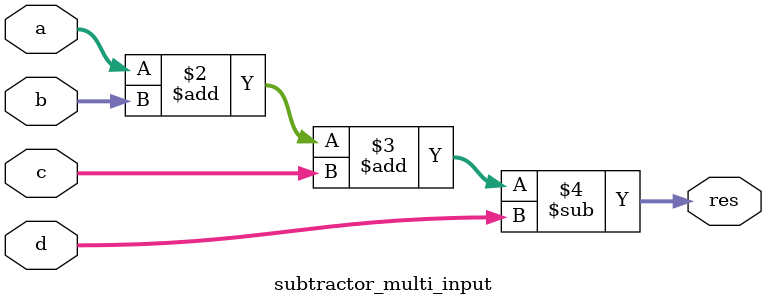
<source format=sv>
module subtractor_multi_input (
    input wire [3:0] a,   // 被减数 1
    input wire [3:0] b,   // 被减数 2
    input wire [3:0] c,   // 被减数 3
    input wire [3:0] d,   // 减数
    output reg [3:0] res  // 差
);

always @(*) begin
    res = a + b + c - d;  // 多输入加减运算
end

endmodule
</source>
